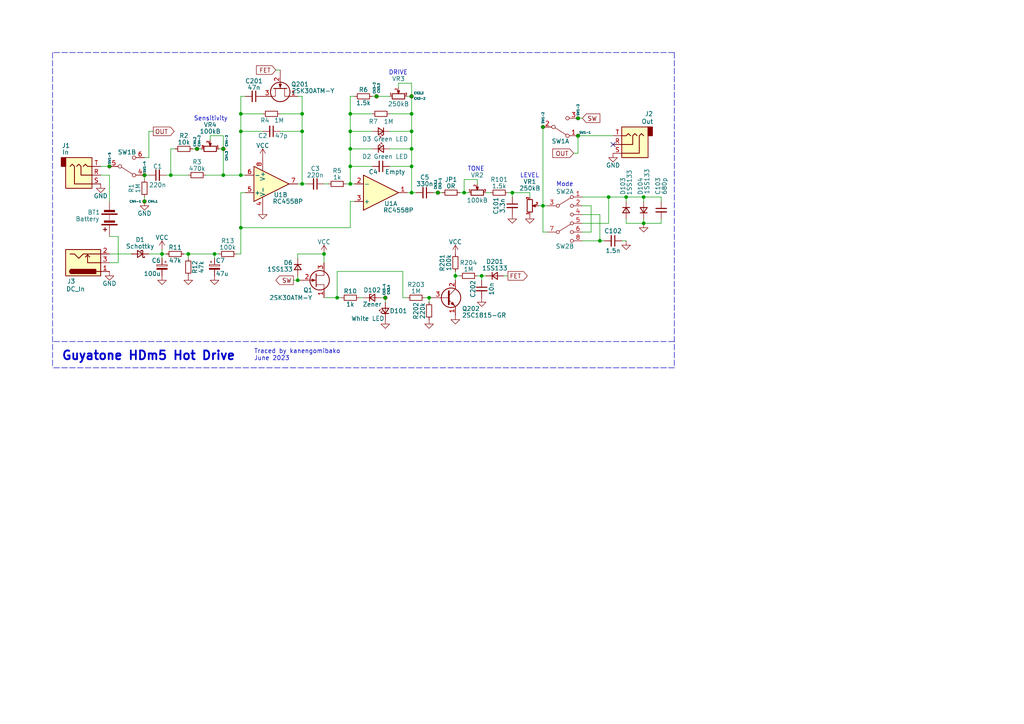
<source format=kicad_sch>
(kicad_sch (version 20230121) (generator eeschema)
  (paper "A4")
  (lib_symbols
    (symbol "Amplifier_Operational:LM358" (pin_names (offset 0.127))
      (property "Reference" "U" (at 0 5.08 0))
      (property "Value" "LM358" (at 0 -5.08 0))
      (symbol "LM358_1_1"
        (polyline (pts (xy -5.08 5.08) (xy 5.08 0) (xy -5.08 -5.08) (xy -5.08 5.08)) (stroke (width 0.254)) (fill (type background)))
        (pin output line (at 7.62 0 180) (length 2.54) (name "~") (number "1"))
        (pin input line (at -7.62 -2.54 0) (length 2.54) (name "-") (number "2"))
        (pin input line (at -7.62 2.54 0) (length 2.54) (name "+") (number "3"))
      )
      (symbol "LM358_2_1"
        (polyline (pts (xy -5.08 5.08) (xy 5.08 0) (xy -5.08 -5.08) (xy -5.08 5.08)) (stroke (width 0.254)) (fill (type background)))
        (pin input line (at -7.62 2.54 0) (length 2.54) (name "+") (number "5"))
        (pin input line (at -7.62 -2.54 0) (length 2.54) (name "-") (number "6"))
        (pin output line (at 7.62 0 180) (length 2.54) (name "~") (number "7"))
      )
      (symbol "LM358_3_1"
        (pin power_in line (at -2.54 -7.62 90) (length 3.81) (name "V-") (number "4"))
        (pin power_in line (at -2.54 7.62 270) (length 3.81) (name "V+") (number "8"))
      )
    )
    (symbol "Connector:Barrel_Jack_Switch" (pin_names hide)
      (property "Reference" "J" (at 0 5.334 0))
      (property "Value" "Barrel_Jack_Switch" (at 0 -5.08 0))
      (symbol "Barrel_Jack_Switch_0_1"
        (rectangle (start -5.08 3.81) (end 5.08 -3.81) (stroke (width 0.254)) (fill (type background)))
        (arc (start -3.302 3.175) (mid -3.9343 2.54) (end -3.302 1.905) (stroke (width 0.254)))
        (arc (start -3.302 3.175) (mid -3.9343 2.54) (end -3.302 1.905) (stroke (width 0.254)) (fill (type outline)))
        (polyline (pts (xy 1.27 -2.286) (xy 1.905 -1.651)) (stroke (width 0.254)))
        (polyline (pts (xy 5.08 2.54) (xy 3.81 2.54)) (stroke (width 0.254)))
        (polyline (pts (xy 5.08 0) (xy 1.27 0) (xy 1.27 -2.286) (xy 0.635 -1.651)) (stroke (width 0.254)))
        (polyline (pts (xy -3.81 -2.54) (xy -2.54 -2.54) (xy -1.27 -1.27) (xy 0 -2.54) (xy 2.54 -2.54) (xy 5.08 -2.54)) (stroke (width 0.254)))
        (rectangle (start 3.683 3.175) (end -3.302 1.905) (stroke (width 0.254)) (fill (type outline)))
      )
      (symbol "Barrel_Jack_Switch_1_1"
        (pin passive line (at 7.62 2.54 180) (length 2.54) (name "~") (number "1"))
        (pin passive line (at 7.62 -2.54 180) (length 2.54) (name "~") (number "2"))
        (pin passive line (at 7.62 0 180) (length 2.54) (name "~") (number "3"))
      )
    )
    (symbol "Connector:TestPoint_Small" (pin_numbers hide) (pin_names (offset 0.762) hide)
      (property "Reference" "TP" (at 0 3.81 0))
      (property "Value" "TestPoint_Small" (at 0 2.032 0))
      (symbol "TestPoint_Small_0_1"
        (circle (center 0 0) (radius 0.508))
      )
      (symbol "TestPoint_Small_1_1"
        (pin passive line (at 0 0 90) (length 0) (name "1") (number "1"))
      )
    )
    (symbol "Connector_Audio:AudioJack3"
      (property "Reference" "J" (at 0 8.89 0))
      (property "Value" "AudioJack3" (at 0 6.35 0))
      (symbol "AudioJack3_0_1"
        (rectangle (start -5.08 -5.08) (end -6.35 -2.54) (stroke (width 0.254)) (fill (type outline)))
        (polyline (pts (xy 0 -2.54) (xy 0.635 -3.175) (xy 1.27 -2.54) (xy 2.54 -2.54)) (stroke (width 0.254)))
        (polyline (pts (xy -1.905 -2.54) (xy -1.27 -3.175) (xy -0.635 -2.54) (xy -0.635 0) (xy 2.54 0)) (stroke (width 0.254)))
        (polyline (pts (xy 2.54 2.54) (xy -2.54 2.54) (xy -2.54 -2.54) (xy -3.175 -3.175) (xy -3.81 -2.54)) (stroke (width 0.254)))
        (rectangle (start 2.54 3.81) (end -5.08 -5.08) (stroke (width 0.254)) (fill (type background)))
      )
      (symbol "AudioJack3_1_1"
        (pin passive line (at 5.08 0 180) (length 2.54) (name "~") (number "R"))
        (pin passive line (at 5.08 2.54 180) (length 2.54) (name "~") (number "S"))
        (pin passive line (at 5.08 -2.54 180) (length 2.54) (name "~") (number "T"))
      )
    )
    (symbol "Device:Battery" (pin_numbers hide) (pin_names (offset 0) hide)
      (property "Reference" "BT" (at 2.54 2.54 0))
      (property "Value" "Battery" (at 2.54 0 0))
      (symbol "Battery_0_1"
        (rectangle (start -2.286 -1.27) (end 2.286 -1.524) (fill (type outline)))
        (rectangle (start -2.286 1.778) (end 2.286 1.524) (fill (type outline)))
        (rectangle (start -1.524 -2.032) (end 1.524 -2.54) (fill (type outline)))
        (rectangle (start -1.524 1.016) (end 1.524 0.508) (fill (type outline)))
        (polyline (pts (xy 0 -1.016) (xy 0 -0.762)))
        (polyline (pts (xy 0 -0.508) (xy 0 -0.254)))
        (polyline (pts (xy 0 0) (xy 0 0.254)))
        (polyline (pts (xy 0 1.778) (xy 0 2.54)))
        (polyline (pts (xy 0.762 3.048) (xy 1.778 3.048)) (stroke (width 0.254)))
        (polyline (pts (xy 1.27 3.556) (xy 1.27 2.54)) (stroke (width 0.254)))
      )
      (symbol "Battery_1_1"
        (pin passive line (at 0 5.08 270) (length 2.54) (name "+") (number "1"))
        (pin passive line (at 0 -5.08 90) (length 2.54) (name "-") (number "2"))
      )
    )
    (symbol "Device:C_Polarized_Small" (pin_numbers hide) (pin_names (offset 0.254) hide)
      (property "Reference" "C" (at 0.254 1.778 0))
      (property "Value" "C_Polarized_Small" (at 0.254 -2.032 0))
      (symbol "C_Polarized_Small_0_1"
        (rectangle (start -1.524 -0.3048) (end 1.524 -0.6858) (fill (type outline)))
        (rectangle (start -1.524 0.6858) (end 1.524 0.3048))
        (polyline (pts (xy -1.27 1.524) (xy -0.762 1.524)))
        (polyline (pts (xy -1.016 1.27) (xy -1.016 1.778)))
      )
      (symbol "C_Polarized_Small_1_1"
        (pin passive line (at 0 2.54 270) (length 1.8542) (name "~") (number "1"))
        (pin passive line (at 0 -2.54 90) (length 1.8542) (name "~") (number "2"))
      )
    )
    (symbol "Device:C_Small" (pin_numbers hide) (pin_names (offset 0.254) hide)
      (property "Reference" "C" (at 0.254 1.778 0))
      (property "Value" "C_Small" (at 0.254 -2.032 0))
      (symbol "C_Small_0_1"
        (polyline (pts (xy -1.524 -0.508) (xy 1.524 -0.508)) (stroke (width 0.3302)))
        (polyline (pts (xy -1.524 0.508) (xy 1.524 0.508)) (stroke (width 0.3048)))
      )
      (symbol "C_Small_1_1"
        (pin passive line (at 0 2.54 270) (length 2.032) (name "~") (number "1"))
        (pin passive line (at 0 -2.54 90) (length 2.032) (name "~") (number "2"))
      )
    )
    (symbol "Device:D_Schottky_Small" (pin_numbers hide) (pin_names (offset 0.254) hide)
      (property "Reference" "D" (at -1.27 2.032 0))
      (property "Value" "D_Schottky_Small" (at -7.112 -2.032 0))
      (symbol "D_Schottky_Small_0_1"
        (polyline (pts (xy -0.762 0) (xy 0.762 0)))
        (polyline (pts (xy 0.762 -1.016) (xy -0.762 0) (xy 0.762 1.016) (xy 0.762 -1.016)) (stroke (width 0.254)))
        (polyline (pts (xy -1.27 0.762) (xy -1.27 1.016) (xy -0.762 1.016) (xy -0.762 -1.016) (xy -0.254 -1.016) (xy -0.254 -0.762)) (stroke (width 0.254)))
      )
      (symbol "D_Schottky_Small_1_1"
        (pin passive line (at -2.54 0 0) (length 1.778) (name "K") (number "1"))
        (pin passive line (at 2.54 0 180) (length 1.778) (name "A") (number "2"))
      )
    )
    (symbol "Device:D_Small" (pin_numbers hide) (pin_names (offset 0.254) hide)
      (property "Reference" "D" (at -1.27 2.032 0))
      (property "Value" "D_Small" (at -3.81 -2.032 0))
      (symbol "D_Small_0_1"
        (polyline (pts (xy -0.762 -1.016) (xy -0.762 1.016)) (stroke (width 0.254)))
        (polyline (pts (xy -0.762 0) (xy 0.762 0)))
        (polyline (pts (xy 0.762 -1.016) (xy -0.762 0) (xy 0.762 1.016) (xy 0.762 -1.016)) (stroke (width 0.254)))
      )
      (symbol "D_Small_1_1"
        (pin passive line (at -2.54 0 0) (length 1.778) (name "K") (number "1"))
        (pin passive line (at 2.54 0 180) (length 1.778) (name "A") (number "2"))
      )
    )
    (symbol "Device:D_Zener_Small" (pin_numbers hide) (pin_names (offset 0.254) hide)
      (property "Reference" "D" (at 0 2.286 0))
      (property "Value" "D_Zener_Small" (at 0 -2.286 0))
      (symbol "D_Zener_Small_0_1"
        (polyline (pts (xy 0.762 0) (xy -0.762 0)))
        (polyline (pts (xy -0.254 1.016) (xy -0.762 1.016) (xy -0.762 -1.016)) (stroke (width 0.254)))
        (polyline (pts (xy 0.762 1.016) (xy -0.762 0) (xy 0.762 -1.016) (xy 0.762 1.016)) (stroke (width 0.254)))
      )
      (symbol "D_Zener_Small_1_1"
        (pin passive line (at -2.54 0 0) (length 1.778) (name "K") (number "1"))
        (pin passive line (at 2.54 0 180) (length 1.778) (name "A") (number "2"))
      )
    )
    (symbol "Device:LED_Small" (pin_numbers hide) (pin_names (offset 0.254) hide)
      (property "Reference" "D" (at -1.27 3.175 0))
      (property "Value" "LED_Small" (at -4.445 -2.54 0))
      (symbol "LED_Small_0_1"
        (polyline (pts (xy -0.762 -1.016) (xy -0.762 1.016)) (stroke (width 0.254)))
        (polyline (pts (xy 1.016 0) (xy -0.762 0)))
        (polyline (pts (xy 0.762 -1.016) (xy -0.762 0) (xy 0.762 1.016) (xy 0.762 -1.016)) (stroke (width 0.254)))
        (polyline (pts (xy 0 0.762) (xy -0.508 1.27) (xy -0.254 1.27) (xy -0.508 1.27) (xy -0.508 1.016)))
        (polyline (pts (xy 0.508 1.27) (xy 0 1.778) (xy 0.254 1.778) (xy 0 1.778) (xy 0 1.524)))
      )
      (symbol "LED_Small_1_1"
        (pin passive line (at -2.54 0 0) (length 1.778) (name "K") (number "1"))
        (pin passive line (at 2.54 0 180) (length 1.778) (name "A") (number "2"))
      )
    )
    (symbol "Device:Q_NJFET_SGD" (pin_names (offset 0) hide)
      (property "Reference" "Q" (at 5.08 1.27 0))
      (property "Value" "Q_NJFET_SGD" (at 5.08 -1.27 0))
      (symbol "Q_NJFET_SGD_0_1"
        (polyline (pts (xy 0.254 1.905) (xy 0.254 -1.905) (xy 0.254 -1.905)) (stroke (width 0.254)))
        (polyline (pts (xy 2.54 -2.54) (xy 2.54 -1.27) (xy 0.254 -1.27)))
        (polyline (pts (xy 2.54 2.54) (xy 2.54 1.397) (xy 0.254 1.397)))
        (polyline (pts (xy 0 0) (xy -1.016 0.381) (xy -1.016 -0.381) (xy 0 0)) (fill (type outline)))
        (circle (center 1.27 0) (radius 2.8194) (stroke (width 0.254)))
      )
      (symbol "Q_NJFET_SGD_1_1"
        (pin passive line (at 2.54 -5.08 90) (length 2.54) (name "S") (number "1"))
        (pin input line (at -5.08 0 0) (length 5.334) (name "G") (number "2"))
        (pin passive line (at 2.54 5.08 270) (length 2.54) (name "D") (number "3"))
      )
    )
    (symbol "Device:R_Potentiometer_Small" (pin_names (offset 1.016) hide)
      (property "Reference" "RV" (at -4.445 0 90))
      (property "Value" "R_Potentiometer_Small" (at -2.54 0 90))
      (symbol "R_Potentiometer_Small_0_1"
        (polyline (pts (xy 0.889 0) (xy 0.635 0) (xy 1.651 0.381) (xy 1.651 -0.381) (xy 0.635 0) (xy 0.889 0)) (fill (type outline)))
        (rectangle (start 0.762 1.8034) (end -0.762 -1.8034) (stroke (width 0.254)))
      )
      (symbol "R_Potentiometer_Small_1_1"
        (pin passive line (at 0 2.54 270) (length 0.635) (name "1") (number "1"))
        (pin passive line (at 2.54 0 180) (length 0.9906) (name "2") (number "2"))
        (pin passive line (at 0 -2.54 90) (length 0.635) (name "3") (number "3"))
      )
    )
    (symbol "Device:R_Small" (pin_numbers hide) (pin_names (offset 0.254) hide)
      (property "Reference" "R" (at 0.762 0.508 0))
      (property "Value" "R_Small" (at 0.762 -1.016 0))
      (symbol "R_Small_0_1"
        (rectangle (start -0.762 1.778) (end 0.762 -1.778) (stroke (width 0.2032)))
      )
      (symbol "R_Small_1_1"
        (pin passive line (at 0 2.54 270) (length 0.762) (name "~") (number "1"))
        (pin passive line (at 0 -2.54 90) (length 0.762) (name "~") (number "2"))
      )
    )
    (symbol "Switch:SW_DP3T" (pin_names (offset 0) hide)
      (property "Reference" "SW" (at 0 5.08 0))
      (property "Value" "SW_DP3T" (at 0 -5.08 0))
      (symbol "SW_DP3T_0_1"
        (circle (center -2.032 0) (radius 0.4572))
        (polyline (pts (xy -1.651 0.254) (xy 1.651 2.286)))
        (circle (center 2.032 -2.54) (radius 0.4572))
        (circle (center 2.032 0) (radius 0.4572))
        (circle (center 2.032 2.54) (radius 0.4572))
      )
      (symbol "SW_DP3T_1_1"
        (pin passive line (at 5.08 2.54 180) (length 2.54) (name "1") (number "1"))
        (pin passive line (at 5.08 0 180) (length 2.54) (name "2") (number "2"))
        (pin passive line (at -5.08 0 0) (length 2.54) (name "3") (number "3"))
        (pin passive line (at 5.08 -2.54 180) (length 2.54) (name "4") (number "4"))
      )
      (symbol "SW_DP3T_2_1"
        (pin passive line (at 5.08 2.54 180) (length 2.54) (name "5") (number "5"))
        (pin passive line (at 5.08 0 180) (length 2.54) (name "6") (number "6"))
        (pin passive line (at -5.08 0 0) (length 2.54) (name "7") (number "7"))
        (pin passive line (at 5.08 -2.54 180) (length 2.54) (name "8") (number "8"))
      )
    )
    (symbol "Switch:SW_DPDT_x2" (pin_names (offset 0) hide)
      (property "Reference" "SW" (at 0 4.318 0))
      (property "Value" "SW_DPDT_x2" (at 0 -5.08 0))
      (symbol "SW_DPDT_x2_0_0"
        (circle (center -2.032 0) (radius 0.508))
        (circle (center 2.032 -2.54) (radius 0.508))
      )
      (symbol "SW_DPDT_x2_0_1"
        (polyline (pts (xy -1.524 0.254) (xy 1.651 2.286)))
        (circle (center 2.032 2.54) (radius 0.508))
      )
      (symbol "SW_DPDT_x2_1_1"
        (pin passive line (at 5.08 2.54 180) (length 2.54) (name "A") (number "1"))
        (pin passive line (at -5.08 0 0) (length 2.54) (name "B") (number "2"))
        (pin passive line (at 5.08 -2.54 180) (length 2.54) (name "C") (number "3"))
      )
      (symbol "SW_DPDT_x2_2_1"
        (pin passive line (at 5.08 2.54 180) (length 2.54) (name "A") (number "4"))
        (pin passive line (at -5.08 0 0) (length 2.54) (name "B") (number "5"))
        (pin passive line (at 5.08 -2.54 180) (length 2.54) (name "C") (number "6"))
      )
    )
    (symbol "Transistor_BJT:2SC1815" (pin_names (offset 0) hide)
      (property "Reference" "Q" (at 5.08 1.905 0))
      (property "Value" "2SC1815" (at 5.08 0 0))
      (symbol "2SC1815_0_1"
        (polyline (pts (xy 0 0) (xy 0.508 0)))
        (polyline (pts (xy 0.635 0.635) (xy 2.54 2.54)))
        (polyline (pts (xy 0.635 -0.635) (xy 2.54 -2.54) (xy 2.54 -2.54)))
        (polyline (pts (xy 0.635 1.905) (xy 0.635 -1.905) (xy 0.635 -1.905)) (stroke (width 0.508)))
        (polyline (pts (xy 1.27 -1.778) (xy 1.778 -1.27) (xy 2.286 -2.286) (xy 1.27 -1.778) (xy 1.27 -1.778)) (fill (type outline)))
        (circle (center 1.27 0) (radius 2.8194) (stroke (width 0.254)))
      )
      (symbol "2SC1815_1_1"
        (pin passive line (at 2.54 -5.08 90) (length 2.54) (name "E") (number "1"))
        (pin passive line (at 2.54 5.08 270) (length 2.54) (name "C") (number "2"))
        (pin input line (at -5.08 0 0) (length 5.08) (name "B") (number "3"))
      )
    )
    (symbol "power:GND" (power) (pin_names (offset 0))
      (property "Value" "GND" (at 0 -3.81 0))
      (symbol "GND_0_1"
        (polyline (pts (xy 0 0) (xy 0 -1.27) (xy 1.27 -1.27) (xy 0 -2.54) (xy -1.27 -1.27) (xy 0 -1.27)))
      )
      (symbol "GND_1_1"
        (pin power_in line (at 0 0 270) (length 0) hide (name "GND") (number "1"))
      )
    )
    (symbol "power:VCC" (power) (pin_names (offset 0))
      (property "Value" "VCC" (at 0 3.81 0))
      (symbol "VCC_0_1"
        (polyline (pts (xy -0.762 1.27) (xy 0 2.54)))
        (polyline (pts (xy 0 0) (xy 0 2.54)))
        (polyline (pts (xy 0 2.54) (xy 0.762 1.27)))
      )
      (symbol "VCC_1_1"
        (pin power_in line (at 0 0 90) (length 0) hide (name "VCC") (number "1"))
      )
    )
  )
  (junction (at 69.85 33.02))
  (junction (at 101.6 53.34))
  (junction (at 86.36 81.28))
  (junction (at 119.38 48.26))
  (junction (at 69.85 38.1))
  (junction (at 64.77 43.18))
  (junction (at 54.61 73.66))
  (junction (at 49.53 50.8))
  (junction (at 57.15 43.18))
  (junction (at 69.85 66.04))
  (junction (at 132.08 80.01))
  (junction (at 62.23 73.66))
  (junction (at 119.38 38.1))
  (junction (at 173.99 69.85))
  (junction (at 87.63 53.34))
  (junction (at 124.46 86.36))
  (junction (at 119.38 27.94))
  (junction (at 186.69 57.15))
  (junction (at 148.59 55.88))
  (junction (at 119.38 55.88))
  (junction (at 93.98 73.66))
  (junction (at 101.6 43.18))
  (junction (at 41.91 50.8))
  (junction (at 127 55.88))
  (junction (at 87.63 33.02))
  (junction (at 87.63 38.1))
  (junction (at 176.53 57.15))
  (junction (at 111.76 86.36))
  (junction (at 97.79 86.36))
  (junction (at 101.6 38.1))
  (junction (at 64.77 50.8))
  (junction (at 157.48 36.83))
  (junction (at 31.75 48.26))
  (junction (at 109.22 27.94))
  (junction (at 41.91 58.42))
  (junction (at 186.69 64.77))
  (junction (at 157.48 59.69))
  (junction (at 101.6 48.26))
  (junction (at 134.62 55.88))
  (junction (at 69.85 50.8))
  (junction (at 167.64 39.37))
  (junction (at 101.6 33.02))
  (junction (at 139.7 80.01))
  (junction (at 167.64 34.29))
  (junction (at 46.99 73.66))
  (junction (at 119.38 43.18))
  (junction (at 119.38 33.02))
  (junction (at 181.61 57.15))
  (no_connect (at 177.8 41.91))
  (wire (pts (xy 181.61 57.15) (xy 181.61 58.42)))
  (wire (pts (xy 63.5 43.18) (xy 64.77 43.18)))
  (wire (pts (xy 118.11 86.36) (xy 116.84 86.36)))
  (wire (pts (xy 101.6 27.94) (xy 101.6 33.02)))
  (wire (pts (xy 97.79 78.74) (xy 97.79 86.36)))
  (wire (pts (xy 41.91 57.15) (xy 41.91 58.42)))
  (wire (pts (xy 49.53 43.18) (xy 49.53 50.8)))
  (wire (pts (xy 86.36 53.34) (xy 87.63 53.34)))
  (wire (pts (xy 168.91 67.31) (xy 171.45 67.31)))
  (wire (pts (xy 93.98 73.66) (xy 93.98 76.2)))
  (wire (pts (xy 87.63 33.02) (xy 87.63 38.1)))
  (wire (pts (xy 43.18 38.1) (xy 44.45 38.1)))
  (wire (pts (xy 186.69 64.77) (xy 191.77 64.77)))
  (wire (pts (xy 176.53 64.77) (xy 176.53 57.15)))
  (wire (pts (xy 46.99 73.66) (xy 48.26 73.66)))
  (wire (pts (xy 31.75 50.8) (xy 31.75 58.42)))
  (wire (pts (xy 87.63 38.1) (xy 87.63 53.34)))
  (wire (pts (xy 64.77 43.18) (xy 64.77 50.8)))
  (wire (pts (xy 46.99 72.39) (xy 46.99 73.66)))
  (wire (pts (xy 173.99 62.23) (xy 173.99 69.85)))
  (polyline (pts (xy 195.58 106.68) (xy 15.24 106.68)) (stroke (width 0) (type dash)))
  (wire (pts (xy 166.37 44.45) (xy 167.64 44.45)))
  (wire (pts (xy 191.77 63.5) (xy 191.77 64.77)))
  (polyline (pts (xy 195.58 15.24) (xy 15.24 15.24)) (stroke (width 0) (type dash)))
  (wire (pts (xy 64.77 50.8) (xy 69.85 50.8)))
  (wire (pts (xy 101.6 43.18) (xy 101.6 48.26)))
  (wire (pts (xy 181.61 64.77) (xy 186.69 64.77)))
  (wire (pts (xy 85.09 81.28) (xy 86.36 81.28)))
  (wire (pts (xy 69.85 55.88) (xy 71.12 55.88)))
  (wire (pts (xy 134.62 52.07) (xy 138.43 52.07)))
  (wire (pts (xy 115.57 25.4) (xy 115.57 24.13)))
  (wire (pts (xy 113.03 33.02) (xy 119.38 33.02)))
  (wire (pts (xy 148.59 55.88) (xy 148.59 57.15)))
  (wire (pts (xy 119.38 55.88) (xy 118.11 55.88)))
  (wire (pts (xy 69.85 38.1) (xy 69.85 33.02)))
  (wire (pts (xy 140.97 55.88) (xy 142.24 55.88)))
  (wire (pts (xy 115.57 24.13) (xy 119.38 24.13)))
  (wire (pts (xy 147.32 55.88) (xy 148.59 55.88)))
  (wire (pts (xy 86.36 27.94) (xy 87.63 27.94)))
  (wire (pts (xy 49.53 43.18) (xy 50.8 43.18)))
  (wire (pts (xy 69.85 38.1) (xy 76.2 38.1)))
  (wire (pts (xy 54.61 73.66) (xy 62.23 73.66)))
  (wire (pts (xy 69.85 73.66) (xy 69.85 66.04)))
  (wire (pts (xy 119.38 48.26) (xy 119.38 55.88)))
  (wire (pts (xy 157.48 36.83) (xy 157.48 59.69)))
  (wire (pts (xy 62.23 73.66) (xy 63.5 73.66)))
  (wire (pts (xy 139.7 80.01) (xy 140.97 80.01)))
  (wire (pts (xy 153.67 55.88) (xy 153.67 57.15)))
  (wire (pts (xy 167.64 39.37) (xy 167.64 44.45)))
  (wire (pts (xy 180.34 69.85) (xy 181.61 69.85)))
  (wire (pts (xy 102.87 27.94) (xy 101.6 27.94)))
  (wire (pts (xy 168.91 57.15) (xy 176.53 57.15)))
  (wire (pts (xy 111.76 86.36) (xy 111.76 87.63)))
  (wire (pts (xy 107.95 38.1) (xy 101.6 38.1)))
  (wire (pts (xy 69.85 50.8) (xy 71.12 50.8)))
  (wire (pts (xy 31.75 76.2) (xy 34.29 76.2)))
  (wire (pts (xy 156.21 59.69) (xy 157.48 59.69)))
  (wire (pts (xy 46.99 73.66) (xy 46.99 74.93)))
  (wire (pts (xy 132.08 78.74) (xy 132.08 80.01)))
  (wire (pts (xy 118.11 27.94) (xy 119.38 27.94)))
  (wire (pts (xy 81.28 33.02) (xy 87.63 33.02)))
  (wire (pts (xy 168.91 59.69) (xy 171.45 59.69)))
  (wire (pts (xy 168.91 62.23) (xy 173.99 62.23)))
  (wire (pts (xy 168.91 64.77) (xy 176.53 64.77)))
  (wire (pts (xy 134.62 55.88) (xy 134.62 52.07)))
  (wire (pts (xy 41.91 50.8) (xy 41.91 52.07)))
  (wire (pts (xy 80.01 20.32) (xy 81.28 20.32)))
  (wire (pts (xy 113.03 43.18) (xy 119.38 43.18)))
  (wire (pts (xy 101.6 53.34) (xy 102.87 53.34)))
  (wire (pts (xy 186.69 63.5) (xy 186.69 64.77)))
  (polyline (pts (xy 195.58 99.06) (xy 15.24 99.06)) (stroke (width 0) (type dash)))
  (wire (pts (xy 116.84 78.74) (xy 97.79 78.74)))
  (wire (pts (xy 138.43 52.07) (xy 138.43 53.34)))
  (wire (pts (xy 69.85 27.94) (xy 69.85 33.02)))
  (wire (pts (xy 69.85 50.8) (xy 69.85 38.1)))
  (wire (pts (xy 71.12 27.94) (xy 69.85 27.94)))
  (wire (pts (xy 59.69 50.8) (xy 64.77 50.8)))
  (wire (pts (xy 157.48 59.69) (xy 157.48 67.31)))
  (wire (pts (xy 119.38 33.02) (xy 119.38 38.1)))
  (wire (pts (xy 57.15 43.18) (xy 58.42 43.18)))
  (wire (pts (xy 68.58 73.66) (xy 69.85 73.66)))
  (wire (pts (xy 86.36 80.01) (xy 86.36 81.28)))
  (wire (pts (xy 43.18 45.72) (xy 43.18 38.1)))
  (wire (pts (xy 49.53 50.8) (xy 54.61 50.8)))
  (wire (pts (xy 93.98 53.34) (xy 95.25 53.34)))
  (wire (pts (xy 167.64 39.37) (xy 177.8 39.37)))
  (wire (pts (xy 124.46 86.36) (xy 124.46 87.63)))
  (wire (pts (xy 81.28 38.1) (xy 87.63 38.1)))
  (wire (pts (xy 87.63 27.94) (xy 87.63 33.02)))
  (wire (pts (xy 110.49 86.36) (xy 111.76 86.36)))
  (wire (pts (xy 158.75 59.69) (xy 157.48 59.69)))
  (wire (pts (xy 127 55.88) (xy 128.27 55.88)))
  (wire (pts (xy 109.22 27.94) (xy 113.03 27.94)))
  (wire (pts (xy 97.79 86.36) (xy 99.06 86.36)))
  (wire (pts (xy 119.38 38.1) (xy 119.38 43.18)))
  (wire (pts (xy 86.36 73.66) (xy 86.36 74.93)))
  (wire (pts (xy 135.89 55.88) (xy 134.62 55.88)))
  (wire (pts (xy 64.77 39.37) (xy 60.96 39.37)))
  (wire (pts (xy 107.95 27.94) (xy 109.22 27.94)))
  (wire (pts (xy 119.38 55.88) (xy 120.65 55.88)))
  (wire (pts (xy 139.7 80.01) (xy 139.7 81.28)))
  (wire (pts (xy 29.21 50.8) (xy 31.75 50.8)))
  (wire (pts (xy 132.08 80.01) (xy 133.35 80.01)))
  (wire (pts (xy 69.85 55.88) (xy 69.85 66.04)))
  (wire (pts (xy 53.34 73.66) (xy 54.61 73.66)))
  (wire (pts (xy 34.29 68.58) (xy 34.29 76.2)))
  (wire (pts (xy 176.53 57.15) (xy 181.61 57.15)))
  (wire (pts (xy 31.75 73.66) (xy 38.1 73.66)))
  (wire (pts (xy 171.45 59.69) (xy 171.45 67.31)))
  (wire (pts (xy 101.6 33.02) (xy 101.6 38.1)))
  (wire (pts (xy 29.21 48.26) (xy 31.75 48.26)))
  (wire (pts (xy 119.38 27.94) (xy 119.38 33.02)))
  (wire (pts (xy 125.73 55.88) (xy 127 55.88)))
  (wire (pts (xy 191.77 57.15) (xy 191.77 58.42)))
  (wire (pts (xy 101.6 66.04) (xy 69.85 66.04)))
  (wire (pts (xy 132.08 80.01) (xy 132.08 81.28)))
  (wire (pts (xy 167.64 34.29) (xy 168.91 34.29)))
  (wire (pts (xy 186.69 57.15) (xy 186.69 58.42)))
  (wire (pts (xy 101.6 53.34) (xy 101.6 48.26)))
  (wire (pts (xy 60.96 40.64) (xy 60.96 39.37)))
  (wire (pts (xy 119.38 24.13) (xy 119.38 27.94)))
  (wire (pts (xy 119.38 43.18) (xy 119.38 48.26)))
  (wire (pts (xy 93.98 86.36) (xy 97.79 86.36)))
  (wire (pts (xy 123.19 86.36) (xy 124.46 86.36)))
  (wire (pts (xy 148.59 55.88) (xy 153.67 55.88)))
  (wire (pts (xy 48.26 50.8) (xy 49.53 50.8)))
  (wire (pts (xy 86.36 73.66) (xy 93.98 73.66)))
  (wire (pts (xy 168.91 69.85) (xy 173.99 69.85)))
  (wire (pts (xy 43.18 73.66) (xy 46.99 73.66)))
  (wire (pts (xy 157.48 67.31) (xy 158.75 67.31)))
  (polyline (pts (xy 195.58 15.24) (xy 195.58 106.68)) (stroke (width 0) (type dash)))
  (polyline (pts (xy 15.24 15.24) (xy 15.24 106.68)) (stroke (width 0) (type dash)))
  (wire (pts (xy 146.05 80.01) (xy 147.32 80.01)))
  (wire (pts (xy 181.61 63.5) (xy 181.61 64.77)))
  (wire (pts (xy 116.84 86.36) (xy 116.84 78.74)))
  (wire (pts (xy 113.03 48.26) (xy 119.38 48.26)))
  (wire (pts (xy 41.91 45.72) (xy 43.18 45.72)))
  (wire (pts (xy 186.69 57.15) (xy 191.77 57.15)))
  (wire (pts (xy 100.33 53.34) (xy 101.6 53.34)))
  (wire (pts (xy 101.6 48.26) (xy 107.95 48.26)))
  (wire (pts (xy 173.99 69.85) (xy 175.26 69.85)))
  (wire (pts (xy 133.35 55.88) (xy 134.62 55.88)))
  (wire (pts (xy 138.43 80.01) (xy 139.7 80.01)))
  (wire (pts (xy 55.88 43.18) (xy 57.15 43.18)))
  (wire (pts (xy 54.61 73.66) (xy 54.61 74.93)))
  (wire (pts (xy 101.6 58.42) (xy 102.87 58.42)))
  (wire (pts (xy 113.03 38.1) (xy 119.38 38.1)))
  (wire (pts (xy 87.63 53.34) (xy 88.9 53.34)))
  (wire (pts (xy 107.95 43.18) (xy 101.6 43.18)))
  (wire (pts (xy 62.23 73.66) (xy 62.23 74.93)))
  (wire (pts (xy 107.95 33.02) (xy 101.6 33.02)))
  (wire (pts (xy 104.14 86.36) (xy 105.41 86.36)))
  (wire (pts (xy 101.6 58.42) (xy 101.6 66.04)))
  (wire (pts (xy 41.91 50.8) (xy 43.18 50.8)))
  (wire (pts (xy 69.85 33.02) (xy 76.2 33.02)))
  (wire (pts (xy 64.77 43.18) (xy 64.77 39.37)))
  (wire (pts (xy 181.61 57.15) (xy 186.69 57.15)))
  (wire (pts (xy 31.75 68.58) (xy 34.29 68.58)))
  (wire (pts (xy 101.6 38.1) (xy 101.6 43.18)))
  (text "TONE" (at 135.5725 49.8475 0) (effects (font (size 1.27 1.27)) (justify left bottom)))
  (text "Guyatone HDm5 Hot Drive" (at 17.78 104.775 0) (effects (font (size 2.54 2.54) (thickness 0.508) bold) (justify left bottom)))
  (text "Mode" (at 161.29 54.2925 0) (effects (font (size 1.27 1.27)) (justify left bottom)))
  (text "Sensitivity" (at 56.1975 35.2425 0) (effects (font (size 1.27 1.27)) (justify left bottom)))
  (text "DRIVE" (at 112.7125 21.9075 0) (effects (font (size 1.27 1.27)) (justify left bottom)))
  (text "Traced by kanengomibako\nJune 2023" (at 73.66 104.775 0) (effects (font (size 1.27 1.27)) (justify left bottom)))
  (text "LEVEL" (at 150.8125 51.7525 0) (effects (font (size 1.27 1.27)) (justify left bottom)))
  (global_label "OUT" (shape input) (at 166.37 44.45 180) (property "Intersheetrefs" "${INTERSHEET_REFS}" (effects hide)))
  (global_label "SW" (shape output) (at 85.09 81.28 180) (property "Intersheetrefs" "${INTERSHEET_REFS}" (effects hide)))
  (global_label "SW" (shape input) (at 168.91 34.29 0) (property "Intersheetrefs" "${INTERSHEET_REFS}" (effects hide)))
  (global_label "FET" (shape input) (at 80.01 20.32 180) (property "Intersheetrefs" "${INTERSHEET_REFS}" (effects hide)))
  (global_label "FET" (shape output) (at 147.32 80.01 0) (property "Intersheetrefs" "${INTERSHEET_REFS}" (effects hide)))
  (global_label "OUT" (shape output) (at 44.45 38.1 0) (property "Intersheetrefs" "${INTERSHEET_REFS}" (effects hide)))
  (symbol (lib_id "Switch:SW_DP3T") (at 163.83 59.69 0) (unit 1)
    (property "Reference" "SW2" (at 163.83 55.5625 0))
    (property "Value" "SW2" (effects hide))
    (property "Footprint" "Connector_PinHeader_2.54mm:PinHeader_2x04_P2.54mm_Vertical" (effects hide))
  )
  (symbol (lib_id "Device:D_Small") (at 181.61 60.96 270) (unit 1)
    (property "Reference" "D103" (at 180.6575 51.435 0) (effects (justify left)))
    (property "Value" "1SS133" (at 182.5625 49.2125 0) (effects (justify left)))
    (property "Footprint" "Diode_THT:D_A-405_P5.08mm_Vertical_KathodeUp" (effects hide))
  )
  (symbol (lib_id "Device:R_Small") (at 132.08 76.2 180) (unit 1)
    (property "Reference" "R201" (at 128.27 76.2 90))
    (property "Value" "100k" (at 130.175 76.2 90))
    (property "Footprint" "Resistor_THT:R_Axial_DIN0204_L3.6mm_D1.6mm_P2.54mm_Vertical" (effects hide))
  )
  (symbol (lib_id "Device:R_Small") (at 135.89 80.01 90) (unit 1)
    (property "Reference" "R204" (at 135.89 76.2 90))
    (property "Value" "1M" (at 135.89 78.105 90))
    (property "Footprint" "Resistor_THT:R_Axial_DIN0204_L3.6mm_D1.6mm_P5.08mm_Vertical" (effects hide))
  )
  (symbol (lib_id "Device:LED_Small") (at 110.49 43.18 0) (unit 1)
    (property "Reference" "D2" (at 106.3625 45.4025 0))
    (property "Value" "Green LED" (at 113.3475 45.4025 0))
    (property "Footprint" "myFoot:my_LED_3mm" (effects hide))
  )
  (symbol (lib_id "power:GND") (at 111.76 92.71 0) (unit 1)
    (property "Reference" "#PWR022" (effects hide))
    (property "Value" "GND" (effects hide))
  )
  (symbol (lib_id "Device:R_Small") (at 41.91 54.61 180) (unit 1)
    (property "Reference" "R1" (at 38.1 54.61 90))
    (property "Value" "1M" (at 40.005 54.61 90))
    (property "Footprint" "Resistor_THT:R_Axial_DIN0204_L3.6mm_D1.6mm_P5.08mm_Vertical" (effects hide))
  )
  (symbol (lib_id "Connector:TestPoint_Small") (at 57.15 43.18 90) (unit 1)
    (property "Reference" "CN4.2" (at 56.515 42.545 0) (effects (font (size 0.635 0.635)) (justify left)))
    (property "Value" "tp" (effects hide))
    (property "Footprint" "myFoot:my_SmallestPad_0-72mmDrill" (effects hide))
  )
  (symbol (lib_id "Device:Q_NJFET_SGD") (at 81.28 25.4 90) (mirror x) (unit 1)
    (property "Reference" "Q201" (at 86.995 24.4475 90))
    (property "Value" "2SK30ATM-Y" (at 90.805 26.3525 90))
    (property "Footprint" "Package_TO_SOT_THT:TO-92L_Wide" (effects hide))
  )
  (symbol (lib_id "power:VCC") (at 93.98 73.66 0) (unit 1)
    (property "Reference" "#PWR021" (effects hide))
    (property "Value" "VCC" (at 93.98 70.1675 0))
  )
  (symbol (lib_id "power:VCC") (at 132.08 73.66 0) (unit 1)
    (property "Reference" "#PWR025" (effects hide))
    (property "Value" "VCC" (at 132.08 70.1675 0))
  )
  (symbol (lib_id "Connector:TestPoint_Small") (at 167.64 34.29 180) (unit 1)
    (property "Reference" "SW1-3" (at 167.64 30.1625 90) (effects (font (size 0.635 0.635)) (justify left)))
    (property "Value" "tp" (effects hide))
    (property "Footprint" "myFoot:my_SmallestPad_0-72mmDrill" (effects hide))
  )
  (symbol (lib_id "Device:D_Small") (at 186.69 60.96 90) (unit 1)
    (property "Reference" "D104" (at 185.7375 51.435 0) (effects (justify right)))
    (property "Value" "1SS133" (at 187.6425 48.895 0) (effects (justify right)))
    (property "Footprint" "Diode_THT:D_A-405_P5.08mm_Vertical_KathodeUp" (effects hide))
  )
  (symbol (lib_id "power:VCC") (at 46.99 72.39 0) (unit 1)
    (property "Reference" "#PWR027" (effects hide))
    (property "Value" "VCC" (at 46.99 68.8975 0))
  )
  (symbol (lib_id "Transistor_BJT:2SC1815") (at 129.54 86.36 0) (unit 1)
    (property "Reference" "Q202" (at 133.985 89.535 0) (effects (justify left)))
    (property "Value" "2SC1815-GR" (at 133.985 91.44 0) (effects (justify left)))
    (property "Footprint" "Package_TO_SOT_THT:TO-92L_Wide" (effects hide))
  )
  (symbol (lib_id "Device:R_Potentiometer_Small") (at 60.96 43.18 270) (mirror x) (unit 1)
    (property "Reference" "VR4" (at 60.96 36.195 90))
    (property "Value" "100kB" (at 60.96 38.1 90))
    (property "Footprint" "Connector_PinHeader_2.54mm:PinHeader_1x03_P2.54mm_Vertical" (effects hide))
  )
  (symbol (lib_id "Amplifier_Operational:LM358") (at 78.74 53.34 0) (mirror x) (unit 2)
    (property "Reference" "U1" (at 79.375 56.515 0) (effects (justify left)))
    (property "Value" "RC4558P" (at 79.0575 58.42 0) (effects (justify left)))
    (property "Footprint" "Package_DIP:DIP-8_W7.62mm_Socket" (effects hide))
  )
  (symbol (lib_id "Device:C_Small") (at 110.49 48.26 270) (unit 1)
    (property "Reference" "C4" (at 108.2675 49.8475 90))
    (property "Value" "Empty" (at 114.6175 49.8475 90))
    (property "Footprint" "myFoot:my_C_Disc_P2.50mm" (effects hide))
  )
  (symbol (lib_id "Connector:TestPoint_Small") (at 64.77 43.18 90) (unit 1)
    (property "Reference" "CN4.3" (at 65.7225 46.6725 0) (effects (font (size 0.635 0.635)) (justify left)))
    (property "Value" "tp" (effects hide))
    (property "Footprint" "myFoot:my_SmallestPad_0-72mmDrill" (effects hide))
  )
  (symbol (lib_id "power:GND") (at 186.69 64.77 0) (unit 1)
    (property "Reference" "#PWR015" (effects hide))
    (property "Value" "GND" (effects hide))
  )
  (symbol (lib_id "Device:C_Small") (at 91.44 53.34 270) (unit 1)
    (property "Reference" "C3" (at 91.44 48.895 90))
    (property "Value" "220n" (at 91.44 50.8 90))
    (property "Footprint" "myFoot:my_C_Rect1_P5.00mm" (effects hide))
  )
  (symbol (lib_id "Device:R_Small") (at 66.04 73.66 90) (unit 1)
    (property "Reference" "R13" (at 66.04 69.85 90))
    (property "Value" "100k" (at 66.04 71.755 90))
    (property "Footprint" "Resistor_THT:R_Axial_DIN0204_L3.6mm_D1.6mm_P5.08mm_Vertical" (effects hide))
  )
  (symbol (lib_id "Device:C_Small") (at 148.59 59.69 0) (mirror y) (unit 1)
    (property "Reference" "C101" (at 143.8275 59.69 90))
    (property "Value" "3.3n" (at 145.7325 59.69 90))
    (property "Footprint" "myFoot:my_C_Disc_P2.50mm" (effects hide))
  )
  (symbol (lib_id "power:GND") (at 181.61 69.85 0) (unit 1)
    (property "Reference" "#PWR016" (effects hide))
    (property "Value" "GND" (effects hide))
  )
  (symbol (lib_id "Device:R_Small") (at 101.6 86.36 270) (unit 1)
    (property "Reference" "R10" (at 101.6 84.455 90))
    (property "Value" "1k" (at 101.6 88.265 90))
    (property "Footprint" "Resistor_THT:R_Axial_DIN0204_L3.6mm_D1.6mm_P5.08mm_Vertical" (effects hide))
  )
  (symbol (lib_id "power:GND") (at 62.23 80.01 0) (unit 1)
    (property "Reference" "#PWR07" (effects hide))
    (property "Value" "GND" (effects hide))
  )
  (symbol (lib_id "power:GND") (at 46.99 80.01 0) (unit 1)
    (property "Reference" "#PWR05" (effects hide))
    (property "Value" "GND" (effects hide))
  )
  (symbol (lib_id "Connector:TestPoint_Small") (at 109.22 27.94 180) (unit 1)
    (property "Reference" "CN3-3" (at 108.585 23.8125 90) (effects (font (size 0.635 0.635)) (justify left)))
    (property "Value" "tp" (effects hide))
    (property "Footprint" "myFoot:my_SmallestPad_0-72mmDrill" (effects hide))
  )
  (symbol (lib_id "Connector:TestPoint_Small") (at 119.38 27.94 0) (unit 1)
    (property "Reference" "CN3.2" (at 120.015 26.9875 0) (effects (font (size 0.635 0.635)) (justify left)))
    (property "Value" "tp" (effects hide))
    (property "Footprint" "myFoot:my_SmallestPad_0-72mmDrill" (effects hide))
  )
  (symbol (lib_id "power:GND") (at 153.67 62.23 0) (unit 1)
    (property "Reference" "#PWR014" (effects hide))
    (property "Value" "GND" (effects hide))
  )
  (symbol (lib_id "Connector:TestPoint_Small") (at 41.91 58.42 0) (unit 1)
    (property "Reference" "CN4.1" (at 42.8625 58.42 0) (effects (font (size 0.635 0.635)) (justify left)))
    (property "Value" "tp" (effects hide))
    (property "Footprint" "myFoot:my_SmallestPad_0-72mmDrill" (effects hide))
  )
  (symbol (lib_id "Device:C_Small") (at 78.74 38.1 270) (unit 1)
    (property "Reference" "C2" (at 76.2 39.37 90))
    (property "Value" "47p" (at 81.5975 39.37 90))
    (property "Footprint" "myFoot:my_C_Disc_P2.50mm" (effects hide))
  )
  (symbol (lib_id "Device:Q_NJFET_SGD") (at 91.44 81.28 0) (unit 1)
    (property "Reference" "Q1" (at 87.9475 84.1375 0) (effects (justify left)))
    (property "Value" "2SK30ATM-Y" (at 78.105 86.36 0) (effects (justify left)))
    (property "Footprint" "Package_TO_SOT_THT:TO-92L_Wide" (effects hide))
  )
  (symbol (lib_id "Device:C_Polarized_Small") (at 62.23 77.47 0) (unit 1)
    (property "Reference" "C7" (at 62.5475 75.565 0) (effects (justify left)))
    (property "Value" "47u" (at 62.5475 79.375 0) (effects (justify left)))
    (property "Footprint" "myFoot:my_C_D5.0mm_P2.50mm" (effects hide))
  )
  (symbol (lib_id "Connector_Audio:AudioJack3") (at 182.88 41.91 180) (unit 1)
    (property "Reference" "J2" (at 187.0075 33.02 0) (effects (justify right)))
    (property "Value" "Out" (at 186.055 35.2425 0) (effects (justify right)))
    (property "Footprint" "myFoot:Audio_Jack_EX" (effects hide))
  )
  (symbol (lib_id "Device:C_Small") (at 73.66 27.94 270) (unit 1)
    (property "Reference" "C201" (at 73.66 23.495 90))
    (property "Value" "47n" (at 73.66 25.4 90))
    (property "Footprint" "myFoot:my_C_Rect1_P5.00mm" (effects hide))
  )
  (symbol (lib_id "power:GND") (at 132.08 91.44 0) (unit 1)
    (property "Reference" "#PWR024" (effects hide))
    (property "Value" "GND" (effects hide))
  )
  (symbol (lib_id "Device:D_Small") (at 86.36 77.47 270) (unit 1)
    (property "Reference" "D6" (at 82.2325 76.2 90) (effects (justify left)))
    (property "Value" "1SS133" (at 77.47 78.105 90) (effects (justify left)))
    (property "Footprint" "Diode_THT:D_A-405_P5.08mm_Vertical_KathodeUp" (effects hide))
  )
  (symbol (lib_id "Connector:TestPoint_Small") (at 41.91 58.42 180) (unit 1)
    (property "Reference" "CN4-1" (at 40.9575 58.42 0) (effects (font (size 0.635 0.635)) (justify left)))
    (property "Value" "tp" (effects hide))
    (property "Footprint" "myFoot:my_SmallestPad_0-72mmDrill" (effects hide))
  )
  (symbol (lib_id "Connector:TestPoint_Small") (at 111.76 86.36 270) (unit 1)
    (property "Reference" "CN3.4" (at 112.7125 82.55 0) (effects (font (size 0.635 0.635)) (justify left)))
    (property "Value" "tp" (effects hide))
    (property "Footprint" "myFoot:my_SmallestPad_0-72mmDrill" (effects hide))
  )
  (symbol (lib_id "Device:R_Small") (at 54.61 77.47 0) (unit 1)
    (property "Reference" "R12" (at 56.515 77.47 90))
    (property "Value" "47k" (at 58.42 77.47 90))
    (property "Footprint" "Resistor_THT:R_Axial_DIN0204_L3.6mm_D1.6mm_P5.08mm_Vertical" (effects hide))
  )
  (symbol (lib_id "Device:R_Small") (at 130.81 55.88 90) (unit 1)
    (property "Reference" "JP1" (at 130.81 52.07 90))
    (property "Value" "0R" (at 130.81 53.975 90))
    (property "Footprint" "Resistor_THT:R_Axial_DIN0204_L3.6mm_D1.6mm_P5.08mm_Vertical" (effects hide))
  )
  (symbol (lib_id "Connector:TestPoint_Small") (at 31.75 48.26 90) (unit 1)
    (property "Reference" "SW1-5" (at 31.75 47.625 0) (effects (font (size 0.635 0.635)) (justify left)))
    (property "Value" "tp" (effects hide))
    (property "Footprint" "myFoot:my_SmallestPad_0-72mmDrill" (effects hide))
  )
  (symbol (lib_id "power:GND") (at 29.21 53.34 0) (unit 1)
    (property "Reference" "#PWR01" (effects hide))
    (property "Value" "GND" (at 29.21 56.8325 0))
  )
  (symbol (lib_id "power:GND") (at 31.75 78.74 0) (unit 1)
    (property "Reference" "#PWR04" (effects hide))
    (property "Value" "GND" (at 31.75 82.2325 0))
  )
  (symbol (lib_id "Amplifier_Operational:LM358") (at 78.74 53.34 0) (unit 3)
    (property "Reference" "U1" (effects hide))
    (property "Value" "RC4558P" (effects hide))
    (property "Footprint" "Package_DIP:DIP-8_W7.62mm_Socket" (effects hide))
  )
  (symbol (lib_id "Device:R_Small") (at 105.41 27.94 270) (unit 1)
    (property "Reference" "R6" (at 105.41 26.035 90))
    (property "Value" "1.5k" (at 105.41 29.845 90))
    (property "Footprint" "Resistor_THT:R_Axial_DIN0204_L3.6mm_D1.6mm_P2.54mm_Vertical" (effects hide))
  )
  (symbol (lib_id "Device:R_Small") (at 78.74 33.02 270) (unit 1)
    (property "Reference" "R4" (at 76.835 34.925 90))
    (property "Value" "1M" (at 80.9625 34.925 90))
    (property "Footprint" "Resistor_THT:R_Axial_DIN0204_L3.6mm_D1.6mm_P2.54mm_Vertical" (effects hide))
  )
  (symbol (lib_id "Connector:TestPoint_Small") (at 127 55.88 0) (unit 1)
    (property "Reference" "CN3-1" (at 127.635 54.9275 90) (effects (font (size 0.635 0.635)) (justify left)))
    (property "Value" "tp" (effects hide))
    (property "Footprint" "myFoot:my_SmallestPad_0-72mmDrill" (effects hide))
  )
  (symbol (lib_id "Device:C_Small") (at 191.77 60.96 0) (mirror y) (unit 1)
    (property "Reference" "C103" (at 190.8175 53.975 90))
    (property "Value" "680p" (at 192.7225 53.975 90))
    (property "Footprint" "Capacitor_THT:C_Rect_L11.0mm_W2.8mm_P10.00mm_MKT" (effects hide))
  )
  (symbol (lib_id "Device:R_Small") (at 144.78 55.88 90) (unit 1)
    (property "Reference" "R101" (at 144.78 52.07 90))
    (property "Value" "1.5k" (at 144.78 53.975 90))
    (property "Footprint" "Resistor_THT:R_Axial_DIN0204_L3.6mm_D1.6mm_P5.08mm_Vertical" (effects hide))
  )
  (symbol (lib_id "Device:R_Small") (at 120.65 86.36 270) (unit 1)
    (property "Reference" "R203" (at 120.65 82.55 90))
    (property "Value" "1M" (at 120.65 84.455 90))
    (property "Footprint" "Resistor_THT:R_Axial_DIN0204_L3.6mm_D1.6mm_P5.08mm_Vertical" (effects hide))
  )
  (symbol (lib_id "Device:LED_Small") (at 111.76 90.17 90) (unit 1)
    (property "Reference" "D101" (at 115.57 90.17 90))
    (property "Value" "White LED" (at 106.68 92.3925 90))
    (property "Footprint" "myFoot:my_LED_3mm" (effects hide))
  )
  (symbol (lib_id "Connector:TestPoint_Small") (at 109.22 27.94 0) (unit 1)
    (property "Reference" "CN3.3" (at 109.855 26.9875 90) (effects (font (size 0.635 0.635)) (justify left)))
    (property "Value" "tp" (effects hide))
    (property "Footprint" "myFoot:my_SmallestPad_0-72mmDrill" (effects hide))
  )
  (symbol (lib_id "Device:LED_Small") (at 110.49 38.1 180) (unit 1)
    (property "Reference" "D3" (at 106.3625 40.3225 0))
    (property "Value" "Green LED" (at 113.3475 40.3225 0))
    (property "Footprint" "myFoot:my_LED_3mm" (effects hide))
  )
  (symbol (lib_id "Device:R_Potentiometer_Small") (at 153.67 59.69 0) (mirror x) (unit 1)
    (property "Reference" "VR1" (at 153.67 52.705 0))
    (property "Value" "250kB" (at 153.67 54.61 0))
    (property "Footprint" "Connector_PinHeader_2.54mm:PinHeader_1x03_P2.54mm_Vertical" (effects hide))
  )
  (symbol (lib_id "Device:C_Small") (at 139.7 83.82 0) (unit 1)
    (property "Reference" "C202" (at 137.16 83.82 90))
    (property "Value" "10n" (at 142.5575 83.82 90))
    (property "Footprint" "myFoot:my_C_Rect1_P5.00mm" (effects hide))
  )
  (symbol (lib_id "Device:C_Polarized_Small") (at 46.99 77.47 0) (mirror y) (unit 1)
    (property "Reference" "C6" (at 46.6725 75.565 0) (effects (justify left)))
    (property "Value" "100u" (at 46.6725 79.375 0) (effects (justify left)))
    (property "Footprint" "myFoot:my_C_D5.0mm_P2.50mm" (effects hide))
  )
  (symbol (lib_id "Device:D_Schottky_Small") (at 40.64 73.66 180) (unit 1)
    (property "Reference" "D1" (at 40.64 69.5325 0))
    (property "Value" "Schottky" (at 40.64 71.4375 0))
    (property "Footprint" "Diode_THT:D_A-405_P7.62mm_Horizontal" (effects hide))
  )
  (symbol (lib_id "power:GND") (at 177.8 44.45 0) (unit 1)
    (property "Reference" "#PWR019" (effects hide))
    (property "Value" "GND" (at 177.8 47.9425 0))
  )
  (symbol (lib_id "Connector:TestPoint_Small") (at 41.91 50.8 0) (unit 1)
    (property "Reference" "SW1-4" (at 41.91 50.165 90) (effects (font (size 0.635 0.635)) (justify left)))
    (property "Value" "tp" (effects hide))
    (property "Footprint" "myFoot:my_SmallestPad_0-72mmDrill" (effects hide))
  )
  (symbol (lib_id "power:GND") (at 148.59 62.23 0) (unit 1)
    (property "Reference" "#PWR013" (effects hide))
    (property "Value" "GND" (effects hide))
  )
  (symbol (lib_id "Connector:TestPoint_Small") (at 57.15 43.18 90) (unit 1)
    (property "Reference" "CN4-2" (at 57.785 42.545 0) (effects (font (size 0.635 0.635)) (justify left)))
    (property "Value" "tp" (effects hide))
    (property "Footprint" "myFoot:my_SmallestPad_0-72mmDrill" (effects hide))
  )
  (symbol (lib_id "Device:R_Small") (at 110.49 33.02 90) (unit 1)
    (property "Reference" "R7" (at 108.2675 35.2425 90))
    (property "Value" "1M" (at 112.7125 35.2425 90))
    (property "Footprint" "Resistor_THT:R_Axial_DIN0204_L3.6mm_D1.6mm_P2.54mm_Vertical" (effects hide))
  )
  (symbol (lib_id "power:GND") (at 54.61 80.01 0) (unit 1)
    (property "Reference" "#PWR06" (effects hide))
    (property "Value" "GND" (effects hide))
  )
  (symbol (lib_id "Connector_Audio:AudioJack3") (at 24.13 50.8 0) (mirror x) (unit 1)
    (property "Reference" "J1" (at 20.32 42.2275 0) (effects (justify right)))
    (property "Value" "In" (at 20.0025 44.1325 0) (effects (justify right)))
    (property "Footprint" "myFoot:Audio_Jack_EX" (effects hide))
  )
  (symbol (lib_id "Amplifier_Operational:LM358") (at 110.49 55.88 0) (mirror x) (unit 1)
    (property "Reference" "U1" (at 111.4425 59.055 0) (effects (justify left)))
    (property "Value" "RC4558P" (at 111.125 60.96 0) (effects (justify left)))
    (property "Footprint" "Package_DIP:DIP-8_W7.62mm_Socket" (effects hide))
  )
  (symbol (lib_id "Device:R_Small") (at 124.46 90.17 180) (unit 1)
    (property "Reference" "R202" (at 120.65 90.17 90))
    (property "Value" "220k" (at 122.555 90.17 90))
    (property "Footprint" "Resistor_THT:R_Axial_DIN0204_L3.6mm_D1.6mm_P2.54mm_Vertical" (effects hide))
  )
  (symbol (lib_id "power:VCC") (at 76.2 45.72 0) (unit 1)
    (property "Reference" "#PWR017" (effects hide))
    (property "Value" "VCC" (at 76.2 42.2275 0))
  )
  (symbol (lib_id "Connector:TestPoint_Small") (at 111.76 86.36 270) (unit 1)
    (property "Reference" "CN3-4" (at 111.4425 82.2325 0) (effects (font (size 0.635 0.635)) (justify left)))
    (property "Value" "tp" (effects hide))
    (property "Footprint" "myFoot:my_SmallestPad_0-72mmDrill" (effects hide))
  )
  (symbol (lib_id "power:GND") (at 124.46 92.71 0) (unit 1)
    (property "Reference" "#PWR023" (effects hide))
    (property "Value" "GND" (effects hide))
  )
  (symbol (lib_id "Connector:TestPoint_Small") (at 167.64 39.37 0) (unit 1)
    (property "Reference" "SW1-1" (at 167.9575 38.4175 0) (effects (font (size 0.635 0.635)) (justify left)))
    (property "Value" "tp" (effects hide))
    (property "Footprint" "myFoot:my_SmallestPad_0-72mmDrill" (effects hide))
  )
  (symbol (lib_id "Device:R_Small") (at 53.34 43.18 90) (unit 1)
    (property "Reference" "R2" (at 53.34 39.37 90))
    (property "Value" "10k" (at 53.34 41.275 90))
    (property "Footprint" "Resistor_THT:R_Axial_DIN0204_L3.6mm_D1.6mm_P5.08mm_Vertical" (effects hide))
  )
  (symbol (lib_id "Device:R_Small") (at 97.79 53.34 90) (unit 1)
    (property "Reference" "R5" (at 97.79 49.53 90))
    (property "Value" "1k" (at 97.79 51.435 90))
    (property "Footprint" "Resistor_THT:R_Axial_DIN0204_L3.6mm_D1.6mm_P5.08mm_Vertical" (effects hide))
  )
  (symbol (lib_id "Switch:SW_DPDT_x2") (at 162.56 36.83 0) (mirror x) (unit 1) (on_board no)
    (property "Reference" "SW1" (at 162.56 40.9575 0))
    (property "Value" "SW1" (effects hide))
    (property "Footprint" "Connector_PinHeader_2.54mm:PinHeader_2x03_P2.54mm_Vertical" (effects hide))
  )
  (symbol (lib_id "Device:R_Small") (at 57.15 50.8 90) (unit 1)
    (property "Reference" "R3" (at 57.15 46.99 90))
    (property "Value" "470k" (at 57.15 48.895 90))
    (property "Footprint" "Resistor_THT:R_Axial_DIN0204_L3.6mm_D1.6mm_P2.54mm_Vertical" (effects hide))
  )
  (symbol (lib_id "Connector:Barrel_Jack_Switch") (at 24.13 76.2 0) (mirror x) (unit 1)
    (property "Reference" "J3" (at 20.6375 81.5975 0))
    (property "Value" "DC_In" (at 21.9075 83.82 0))
    (property "Footprint" "myFoot:my_DC_Jack" (effects hide))
  )
  (symbol (lib_id "Device:C_Small") (at 123.19 55.88 270) (unit 1)
    (property "Reference" "C5" (at 123.19 51.435 90))
    (property "Value" "330n" (at 123.19 53.34 90))
    (property "Footprint" "myFoot:my_C_Rect1_P5.00mm" (effects hide))
  )
  (symbol (lib_id "power:GND") (at 76.2 60.96 0) (unit 1)
    (property "Reference" "#PWR018" (effects hide))
    (property "Value" "GND" (effects hide))
  )
  (symbol (lib_id "power:GND") (at 41.91 58.42 0) (unit 1)
    (property "Reference" "#PWR010" (effects hide))
    (property "Value" "GND" (at 41.91 61.9125 0))
  )
  (symbol (lib_id "Switch:SW_DP3T") (at 163.83 67.31 0) (unit 2)
    (property "Reference" "SW2" (at 163.83 71.4375 0))
    (property "Value" "SW2" (effects hide))
    (property "Footprint" "Connector_PinHeader_2.54mm:PinHeader_2x04_P2.54mm_Vertical" (effects hide))
  )
  (symbol (lib_id "Device:R_Small") (at 50.8 73.66 270) (unit 1)
    (property "Reference" "R11" (at 50.8 71.755 90))
    (property "Value" "47k" (at 50.8 75.565 90))
    (property "Footprint" "Resistor_THT:R_Axial_DIN0204_L3.6mm_D1.6mm_P5.08mm_Vertical" (effects hide))
  )
  (symbol (lib_id "Switch:SW_DPDT_x2") (at 36.83 48.26 0) (mirror x) (unit 2) (on_board no)
    (property "Reference" "SW1" (at 36.83 44.1325 0))
    (property "Value" "SW1" (effects hide))
    (property "Footprint" "Connector_PinHeader_2.54mm:PinHeader_2x03_P2.54mm_Vertical" (effects hide))
  )
  (symbol (lib_id "Connector:TestPoint_Small") (at 119.38 27.94 0) (unit 1)
    (property "Reference" "CN3-2" (at 120.015 28.575 0) (effects (font (size 0.635 0.635)) (justify left)))
    (property "Value" "tp" (effects hide))
    (property "Footprint" "myFoot:my_SmallestPad_0-72mmDrill" (effects hide))
  )
  (symbol (lib_id "Device:C_Small") (at 45.72 50.8 90) (unit 1)
    (property "Reference" "C1" (at 45.72 48.26 90))
    (property "Value" "220n" (at 45.72 53.6575 90))
    (property "Footprint" "myFoot:my_C_Rect1_P5.00mm" (effects hide))
  )
  (symbol (lib_id "Device:D_Small") (at 143.51 80.01 0) (unit 1)
    (property "Reference" "D201" (at 143.51 75.8825 0))
    (property "Value" "1SS133" (at 143.51 77.7875 0))
    (property "Footprint" "Diode_THT:D_A-405_P5.08mm_Vertical_KathodeUp" (effects hide))
  )
  (symbol (lib_id "Device:C_Small") (at 177.8 69.85 270) (mirror x) (unit 1)
    (property "Reference" "C102" (at 177.8 66.9925 90))
    (property "Value" "1.5n" (at 177.8 72.7075 90))
    (property "Footprint" "myFoot:my_C_Disc_P2.50mm" (effects hide))
  )
  (symbol (lib_id "Device:D_Zener_Small") (at 107.95 86.36 0) (unit 1)
    (property "Reference" "D102" (at 107.95 84.1375 0))
    (property "Value" "Zener" (at 107.95 88.265 0))
    (property "Footprint" "Diode_THT:D_A-405_P5.08mm_Vertical_KathodeUp" (effects hide))
  )
  (symbol (lib_id "Connector:TestPoint_Small") (at 127 55.88 0) (unit 1)
    (property "Reference" "CN3.1" (at 126.365 54.9275 90) (effects (font (size 0.635 0.635)) (justify left)))
    (property "Value" "tp" (effects hide))
    (property "Footprint" "myFoot:my_SmallestPad_0-72mmDrill" (effects hide))
  )
  (symbol (lib_id "Device:Battery") (at 31.75 63.5 180) (unit 1)
    (property "Reference" "BT1" (at 25.4 61.595 0) (effects (justify right)))
    (property "Value" "Battery" (at 21.9075 63.5 0) (effects (justify right)))
    (property "Footprint" "Connector_PinHeader_2.54mm:PinHeader_1x02_P2.54mm_Vertical" (effects hide))
  )
  (symbol (lib_id "Connector:TestPoint_Small") (at 64.77 43.18 90) (unit 1)
    (property "Reference" "CN4-3" (at 65.7225 42.545 0) (effects (font (size 0.635 0.635)) (justify left)))
    (property "Value" "tp" (effects hide))
    (property "Footprint" "myFoot:my_SmallestPad_0-72mmDrill" (effects hide))
  )
  (symbol (lib_id "Device:R_Potentiometer_Small") (at 115.57 27.94 90) (unit 1)
    (property "Reference" "VR3" (at 115.57 22.86 90))
    (property "Value" "250kB" (at 115.57 30.1625 90))
    (property "Footprint" "Connector_PinHeader_2.54mm:PinHeader_1x03_P2.54mm_Vertical" (effects hide))
  )
  (symbol (lib_id "Device:R_Potentiometer_Small") (at 138.43 55.88 90) (unit 1)
    (property "Reference" "VR2" (at 138.43 50.8 90))
    (property "Value" "100kB" (at 138.43 58.1025 90))
    (property "Footprint" "Connector_PinHeader_2.54mm:PinHeader_1x03_P2.54mm_Vertical" (effects hide))
  )
  (symbol (lib_id "power:GND") (at 139.7 86.36 0) (unit 1)
    (property "Reference" "#PWR026" (effects hide))
    (property "Value" "GND" (effects hide))
  )
  (symbol (lib_id "Connector:TestPoint_Small") (at 157.48 36.83 0) (unit 1)
    (property "Reference" "SW1-2" (at 157.48 35.8775 90) (effects (font (size 0.635 0.635)) (justify left)))
    (property "Value" "tp" (effects hide))
    (property "Footprint" "myFoot:my_SmallestPad_0-72mmDrill" (effects hide))
  )
)
</source>
